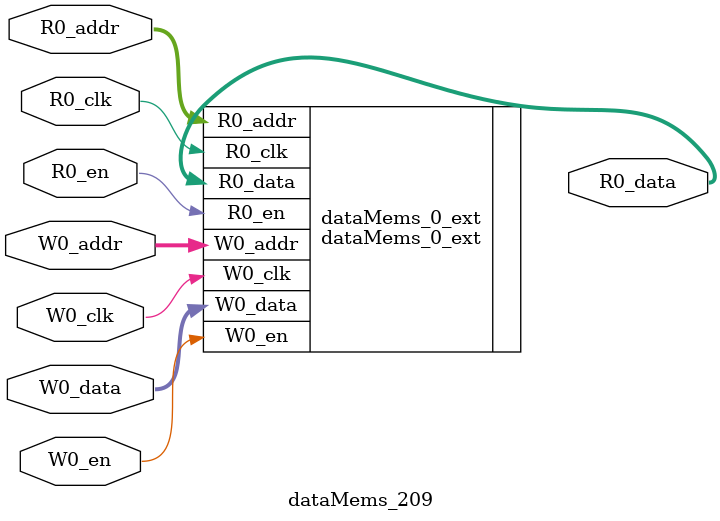
<source format=sv>
`ifndef RANDOMIZE
  `ifdef RANDOMIZE_REG_INIT
    `define RANDOMIZE
  `endif // RANDOMIZE_REG_INIT
`endif // not def RANDOMIZE
`ifndef RANDOMIZE
  `ifdef RANDOMIZE_MEM_INIT
    `define RANDOMIZE
  `endif // RANDOMIZE_MEM_INIT
`endif // not def RANDOMIZE

`ifndef RANDOM
  `define RANDOM $random
`endif // not def RANDOM

// Users can define 'PRINTF_COND' to add an extra gate to prints.
`ifndef PRINTF_COND_
  `ifdef PRINTF_COND
    `define PRINTF_COND_ (`PRINTF_COND)
  `else  // PRINTF_COND
    `define PRINTF_COND_ 1
  `endif // PRINTF_COND
`endif // not def PRINTF_COND_

// Users can define 'ASSERT_VERBOSE_COND' to add an extra gate to assert error printing.
`ifndef ASSERT_VERBOSE_COND_
  `ifdef ASSERT_VERBOSE_COND
    `define ASSERT_VERBOSE_COND_ (`ASSERT_VERBOSE_COND)
  `else  // ASSERT_VERBOSE_COND
    `define ASSERT_VERBOSE_COND_ 1
  `endif // ASSERT_VERBOSE_COND
`endif // not def ASSERT_VERBOSE_COND_

// Users can define 'STOP_COND' to add an extra gate to stop conditions.
`ifndef STOP_COND_
  `ifdef STOP_COND
    `define STOP_COND_ (`STOP_COND)
  `else  // STOP_COND
    `define STOP_COND_ 1
  `endif // STOP_COND
`endif // not def STOP_COND_

// Users can define INIT_RANDOM as general code that gets injected into the
// initializer block for modules with registers.
`ifndef INIT_RANDOM
  `define INIT_RANDOM
`endif // not def INIT_RANDOM

// If using random initialization, you can also define RANDOMIZE_DELAY to
// customize the delay used, otherwise 0.002 is used.
`ifndef RANDOMIZE_DELAY
  `define RANDOMIZE_DELAY 0.002
`endif // not def RANDOMIZE_DELAY

// Define INIT_RANDOM_PROLOG_ for use in our modules below.
`ifndef INIT_RANDOM_PROLOG_
  `ifdef RANDOMIZE
    `ifdef VERILATOR
      `define INIT_RANDOM_PROLOG_ `INIT_RANDOM
    `else  // VERILATOR
      `define INIT_RANDOM_PROLOG_ `INIT_RANDOM #`RANDOMIZE_DELAY begin end
    `endif // VERILATOR
  `else  // RANDOMIZE
    `define INIT_RANDOM_PROLOG_
  `endif // RANDOMIZE
`endif // not def INIT_RANDOM_PROLOG_

// Include register initializers in init blocks unless synthesis is set
`ifndef SYNTHESIS
  `ifndef ENABLE_INITIAL_REG_
    `define ENABLE_INITIAL_REG_
  `endif // not def ENABLE_INITIAL_REG_
`endif // not def SYNTHESIS

// Include rmemory initializers in init blocks unless synthesis is set
`ifndef SYNTHESIS
  `ifndef ENABLE_INITIAL_MEM_
    `define ENABLE_INITIAL_MEM_
  `endif // not def ENABLE_INITIAL_MEM_
`endif // not def SYNTHESIS

module dataMems_209(	// @[generators/ara/src/main/scala/UnsafeAXI4ToTL.scala:365:62]
  input  [4:0]   R0_addr,
  input          R0_en,
  input          R0_clk,
  output [130:0] R0_data,
  input  [4:0]   W0_addr,
  input          W0_en,
  input          W0_clk,
  input  [130:0] W0_data
);

  dataMems_0_ext dataMems_0_ext (	// @[generators/ara/src/main/scala/UnsafeAXI4ToTL.scala:365:62]
    .R0_addr (R0_addr),
    .R0_en   (R0_en),
    .R0_clk  (R0_clk),
    .R0_data (R0_data),
    .W0_addr (W0_addr),
    .W0_en   (W0_en),
    .W0_clk  (W0_clk),
    .W0_data (W0_data)
  );
endmodule


</source>
